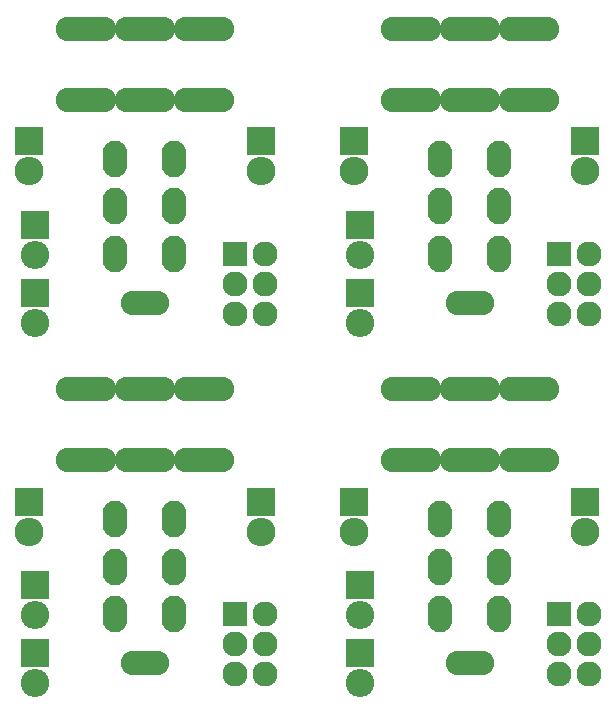
<source format=gbs>
%MOIN*%
%OFA0B0*%
%FSLAX46Y46*%
%IPPOS*%
%LPD*%
%ADD10C,0.0039370078740157488*%
%ADD11R,0.095748031496063X0.095748031496063*%
%ADD12O,0.095748031496063X0.095748031496063*%
%ADD13R,0.083748031496063011X0.083748031496063011*%
%ADD14O,0.083748031496063011X0.083748031496063011*%
%ADD15O,0.20078740157480315X0.082677165354330714*%
%ADD16O,0.082677165354330714X0.12204724409448819*%
%ADD17O,0.16141732283464566X0.082677165354330714*%
%ADD18O,0.094448031496063X0.094448031496063*%
%ADD19R,0.094448031496063X0.094448031496063*%
%ADD30C,0.0039370078740157488*%
%ADD31R,0.095748031496063X0.095748031496063*%
%ADD32O,0.095748031496063X0.095748031496063*%
%ADD33R,0.083748031496063011X0.083748031496063011*%
%ADD34O,0.083748031496063011X0.083748031496063011*%
%ADD35O,0.20078740157480315X0.082677165354330714*%
%ADD36O,0.082677165354330714X0.12204724409448819*%
%ADD37O,0.16141732283464566X0.082677165354330714*%
%ADD38O,0.094448031496063X0.094448031496063*%
%ADD39R,0.094448031496063X0.094448031496063*%
%ADD40C,0.0039370078740157488*%
%ADD41R,0.095748031496063X0.095748031496063*%
%ADD42O,0.095748031496063X0.095748031496063*%
%ADD43R,0.083748031496063011X0.083748031496063011*%
%ADD44O,0.083748031496063011X0.083748031496063011*%
%ADD45O,0.20078740157480315X0.082677165354330714*%
%ADD46O,0.082677165354330714X0.12204724409448819*%
%ADD47O,0.16141732283464566X0.082677165354330714*%
%ADD48O,0.094448031496063X0.094448031496063*%
%ADD49R,0.094448031496063X0.094448031496063*%
%ADD50C,0.0039370078740157488*%
%ADD51R,0.095748031496063X0.095748031496063*%
%ADD52O,0.095748031496063X0.095748031496063*%
%ADD53R,0.083748031496063011X0.083748031496063011*%
%ADD54O,0.083748031496063011X0.083748031496063011*%
%ADD55O,0.20078740157480315X0.082677165354330714*%
%ADD56O,0.082677165354330714X0.12204724409448819*%
%ADD57O,0.16141732283464566X0.082677165354330714*%
%ADD58O,0.094448031496063X0.094448031496063*%
%ADD59R,0.094448031496063X0.094448031496063*%
G01G01*
D10*
D11*
X-0004133858Y0003858267D02*
X0000877952Y0000669291D03*
D12*
X0000877952Y0000569291D03*
D13*
X0000791338Y0000295275D03*
D14*
X0000891338Y0000295275D03*
X0000791338Y0000195275D03*
X0000891338Y0000195275D03*
X0000791338Y0000095275D03*
X0000891338Y0000095275D03*
D15*
X0000688976Y0001043307D03*
X0000492125Y0001043307D03*
X0000295275Y0001043307D03*
X0000688976Y0000807086D03*
X0000492125Y0000807086D03*
X0000295275Y0000807086D03*
D16*
X0000393700Y0000610236D03*
X0000393700Y0000452755D03*
X0000393700Y0000295275D03*
X0000590551Y0000610236D03*
X0000590551Y0000452755D03*
X0000590551Y0000295275D03*
D17*
X0000492125Y0000129921D03*
D11*
X0000106299Y0000669291D03*
D12*
X0000106299Y0000569291D03*
D18*
X0000125984Y0000289763D03*
D19*
X0000125984Y0000389763D03*
D18*
X0000125984Y0000065354D03*
D19*
X0000125984Y0000165354D03*
G04 next file*
G04 #@! TF.FileFunction,Soldermask,Bot*
G04 Gerber Fmt 4.6, Leading zero omitted, Abs format (unit mm)*
G04 Created by KiCad (PCBNEW 4.0.4-1.fc24-product) date Tue Aug 28 16:43:53 2018*
G01G01*
G04 APERTURE LIST*
G04 APERTURE END LIST*
D30*
D31*
X-0004133858Y0005059055D02*
X0000877952Y0001870078D03*
D32*
X0000877952Y0001770078D03*
D33*
X0000791338Y0001496062D03*
D34*
X0000891338Y0001496062D03*
X0000791338Y0001396062D03*
X0000891338Y0001396062D03*
X0000791338Y0001296062D03*
X0000891338Y0001296062D03*
D35*
X0000688976Y0002244094D03*
X0000492125Y0002244094D03*
X0000295275Y0002244094D03*
X0000688976Y0002007874D03*
X0000492125Y0002007874D03*
X0000295275Y0002007874D03*
D36*
X0000393700Y0001811023D03*
X0000393700Y0001653543D03*
X0000393700Y0001496062D03*
X0000590551Y0001811023D03*
X0000590551Y0001653543D03*
X0000590551Y0001496062D03*
D37*
X0000492125Y0001330708D03*
D31*
X0000106299Y0001870078D03*
D32*
X0000106299Y0001770078D03*
D38*
X0000125984Y0001490551D03*
D39*
X0000125984Y0001590551D03*
D38*
X0000125984Y0001266141D03*
D39*
X0000125984Y0001366141D03*
G04 next file*
G04 #@! TF.FileFunction,Soldermask,Bot*
G04 Gerber Fmt 4.6, Leading zero omitted, Abs format (unit mm)*
G04 Created by KiCad (PCBNEW 4.0.4-1.fc24-product) date Tue Aug 28 16:43:53 2018*
G01G01*
G04 APERTURE LIST*
G04 APERTURE END LIST*
D40*
D41*
X-0003051181Y0005059055D02*
X0001960629Y0001870078D03*
D42*
X0001960629Y0001770078D03*
D43*
X0001874015Y0001496062D03*
D44*
X0001974015Y0001496062D03*
X0001874015Y0001396062D03*
X0001974015Y0001396062D03*
X0001874015Y0001296062D03*
X0001974015Y0001296062D03*
D45*
X0001771653Y0002244094D03*
X0001574803Y0002244094D03*
X0001377952Y0002244094D03*
X0001771653Y0002007874D03*
X0001574803Y0002007874D03*
X0001377952Y0002007874D03*
D46*
X0001476377Y0001811023D03*
X0001476377Y0001653543D03*
X0001476377Y0001496062D03*
X0001673228Y0001811023D03*
X0001673228Y0001653543D03*
X0001673228Y0001496062D03*
D47*
X0001574803Y0001330708D03*
D41*
X0001188976Y0001870078D03*
D42*
X0001188976Y0001770078D03*
D48*
X0001208661Y0001490551D03*
D49*
X0001208661Y0001590551D03*
D48*
X0001208661Y0001266141D03*
D49*
X0001208661Y0001366141D03*
G04 next file*
G04 #@! TF.FileFunction,Soldermask,Bot*
G04 Gerber Fmt 4.6, Leading zero omitted, Abs format (unit mm)*
G04 Created by KiCad (PCBNEW 4.0.4-1.fc24-product) date Tue Aug 28 16:43:53 2018*
G01G01*
G04 APERTURE LIST*
G04 APERTURE END LIST*
D50*
D51*
X-0003051181Y0003858267D02*
X0001960629Y0000669291D03*
D52*
X0001960629Y0000569291D03*
D53*
X0001874015Y0000295275D03*
D54*
X0001974015Y0000295275D03*
X0001874015Y0000195275D03*
X0001974015Y0000195275D03*
X0001874015Y0000095275D03*
X0001974015Y0000095275D03*
D55*
X0001771653Y0001043307D03*
X0001574803Y0001043307D03*
X0001377952Y0001043307D03*
X0001771653Y0000807086D03*
X0001574803Y0000807086D03*
X0001377952Y0000807086D03*
D56*
X0001476377Y0000610236D03*
X0001476377Y0000452755D03*
X0001476377Y0000295275D03*
X0001673228Y0000610236D03*
X0001673228Y0000452755D03*
X0001673228Y0000295275D03*
D57*
X0001574803Y0000129921D03*
D51*
X0001188976Y0000669291D03*
D52*
X0001188976Y0000569291D03*
D58*
X0001208661Y0000289763D03*
D59*
X0001208661Y0000389763D03*
D58*
X0001208661Y0000065354D03*
D59*
X0001208661Y0000165354D03*
M02*
</source>
